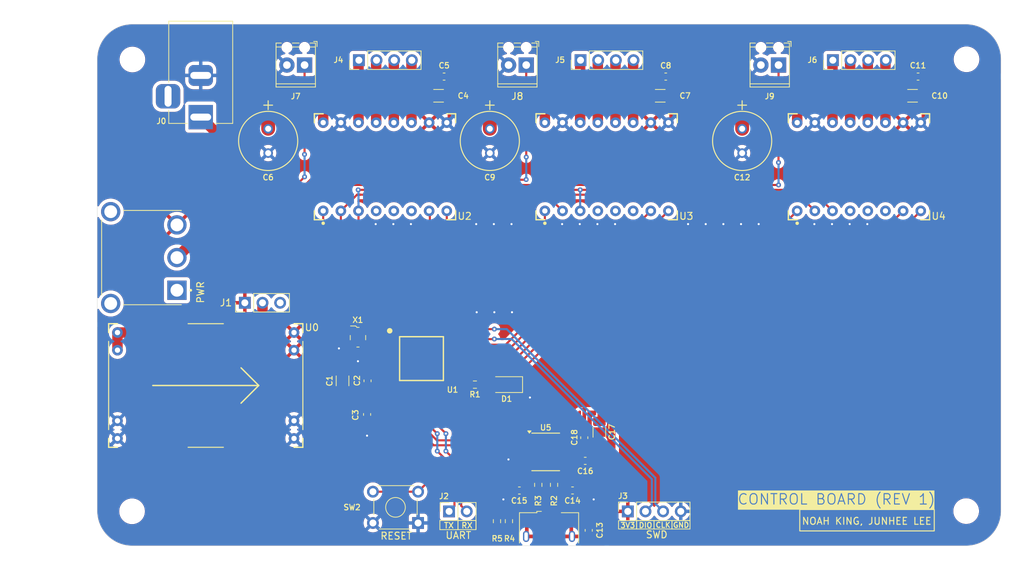
<source format=kicad_pcb>
(kicad_pcb (version 20221018) (generator pcbnew)
  (layers (0 "F.Cu" signal "TOP_SIGNAL") (31 "B.Cu" power "GND") (34 "B.Paste" user) (35 "F.Paste" user) (36 "B.SilkS" user "B.Silkscreen") (37 "F.SilkS" user "F.Silkscreen") (38 "B.Mask" user) (39 "F.Mask" user) (44 "Edge.Cuts" user))
  (net 0 "")
  (net 1 "+3.3V")
  (net 2 "GND")
  (net 3 "/NRST")
  (net 4 "+12V")
  (net 5 "/END_SW3")
  (net 6 "/END_SW2")
  (net 7 "/END_SW1")
  (net 8 "Net-(J4-Pin_1)")
  (net 9 "/HSE_IN")
  (net 11 "/MS2")
  (net 12 "/MS1")
  (net 13 "/M1_EN")
  (net 14 "/M2_EN")
  (net 15 "/M3_EN")
  (net 16 "/M1_DIR")
  (net 17 "/M2_DIR")
  (net 18 "/M3_DIR")
  (net 19 "/M1_STEP")
  (net 20 "Net-(U1-PB2)")
  (net 21 "/M2_STEP")
  (net 22 "/M3_STEP")
  (net 27 "/DEBUG_SWDIO")
  (net 28 "/DEBUG_SWCLK")
  (net 29 "Net-(J6-Pin_1)")
  (net 30 "Net-(J6-Pin_2)")
  (net 31 "Net-(J6-Pin_3)")
  (net 32 "Net-(J6-Pin_4)")
  (net 34 "Net-(J0-Pad1)")
  (net 35 "Net-(D1-A)")
  (net 36 "Net-(J4-Pin_2)")
  (net 38 "Net-(J1-Pin_2)")
  (net 39 "Net-(J4-Pin_3)")
  (net 40 "Net-(J4-Pin_4)")
  (net 41 "Net-(J5-Pin_1)")
  (net 42 "Net-(J5-Pin_2)")
  (net 43 "Net-(J5-Pin_3)")
  (net 44 "Net-(J5-Pin_4)")
  (net 57 "Net-(J10-Shield)")
  (net 58 "/P")
  (net 59 "Net-(U5-USBDP)")
  (net 60 "Net-(U5-3V3OUT)")
  (net 61 "Net-(J10-VBUS)")
  (net 62 "/N")
  (net 64 "Net-(U5-USBDM)")
  (net 65 "Net-(U5-CBUS2)")
  (net 71 "/USART1_RX")
  (net 72 "/USART1_TX")
  (net 73 "/USART2_RX")
  (net 74 "/USART2_TX")
  (footprint "Button_Switch_THT:SW_TH_Tactile_Omron_B3F-10xx" (layer "F.Cu") (at 133.15 131.74 180)
    (fp_text reference "SW2")
    (fp_text value "RESET")
  )
  (footprint "Noah's Library:50YXJ100MT78X11.5" (layer "F.Cu") (at 111.58 75.025 -90)
    (fp_text reference "C6")
    (fp_text value "100u" hide)
  )
  (footprint "Capacitor_SMD:C_0603_1608Metric" (layer "F.Cu") (at 157.058 119.47 -90)
    (fp_text reference "C18")
    (fp_text value "100n" hide)
  )
  (footprint "Connector_PinHeader_2.54mm:PinHeader_1x04_P2.54mm_Vertical" (layer "F.Cu") (at 156.52 65.16 90)
    (fp_text reference "J5")
    (fp_text value "M2 HEADER")
  )
  (footprint "Capacitor_SMD:C_0603_1608Metric" (layer "F.Cu") (at 125.879 111.29 90)
    (fp_text reference "C2")
    (fp_text value "100n" hide)
  )
  (footprint "Noah's Library:TMC-2209_Stepstick" (layer "F.Cu") (at 196.5775 80.49 90)
    (fp_text reference "U4")
    (fp_text value "TMC2209 STEPSTICK")
  )
  (footprint "Package_SO:SSOP-16_3.9x4.9mm_P0.635mm" (layer "F.Cu") (at 151.51 121.5175)
    (fp_text reference "U5")
    (fp_text value "FT230XS" hide)
  )
  (footprint "Capacitor_SMD:C_1206_3216Metric_Pad1.33x1.80mm_HandSolder" (layer "F.Cu") (at 167.9875 70.28)
    (fp_text reference "C7")
    (fp_text value "10u" hide)
  )
  (footprint "Capacitor_SMD:C_0603_1608Metric" (layer "F.Cu") (at 168.78 67.52)
    (fp_text reference "C8")
    (fp_text value "100n" hide)
  )
  (footprint "Connector_USB:USB_Micro-B_Amphenol_10118193-0001LF_Horizontal" (layer "F.Cu") (at 151.99 133.675)
    (fp_text reference "J10" hide)
    (fp_text value "USB_B_Micro")
  )
  (footprint "Capacitor_SMD:C_0603_1608Metric" (layer "F.Cu") (at 155.37 127.06)
    (fp_text reference "C14")
    (fp_text value "47p" hide)
  )
  (footprint "Capacitor_SMD:C_1206_3216Metric_Pad1.33x1.80mm_HandSolder" (layer "F.Cu") (at 136.0975 70.28)
    (fp_text reference "C4")
    (fp_text value "10u" hide)
  )
  (footprint "TerminalBlock_Phoenix:TerminalBlock_Phoenix_MPT-0,5-2-2.54_1x02_P2.54mm_Horizontal" (layer "F.Cu") (at 116.8175 65.86 180)
    (fp_text reference "J7")
    (fp_text value "Screw_Terminal_01x02")
  )
  (footprint "Capacitor_SMD:C_0603_1608Metric" (layer "F.Cu") (at 125.815 116.125 -90)
    (fp_text reference "C3")
    (fp_text value "100n" hide)
  )
  (footprint "Connector_PinHeader_2.54mm:PinHeader_1x04_P2.54mm_Vertical" (layer "F.Cu") (at 124.63 65.16 90)
    (fp_text reference "J4")
    (fp_text value "M3 HEADER")
  )
  (footprint "Capacitor_SMD:C_0603_1608Metric" (layer "F.Cu") (at 205.08 67.52)
    (fp_text reference "C11")
    (fp_text value "100n" hide)
  )
  (footprint "Capacitor_SMD:C_0603_1608Metric" (layer "F.Cu") (at 157.195 122.8)
    (fp_text reference "C16")
    (fp_text value "100n" hide)
  )
  (footprint "MountingHole:MountingHole_3.2mm_M3" (layer "F.Cu") (at 92 130.06)
    (fp_text reference "H3" hide)
    (fp_text value "MountingHole")
  )
  (footprint "Capacitor_SMD:C_0603_1608Metric" (layer "F.Cu") (at 157.7 132.8 90)
    (fp_text reference "C13")
    (fp_text value "100n" hide)
  )
  (footprint "Resistor_SMD:R_0603_1608Metric" (layer "F.Cu") (at 150.439 126.255 90)
    (fp_text reference "R3")
    (fp_text value "27" hide)
  )
  (footprint "Noah's Library:TMC-2209_Stepstick" (layer "F.Cu") (at 128.3875 80.49 90)
    (fp_text reference "U2")
    (fp_text value "TMC2209 STEPSTICK")
  )
  (footprint "MountingHole:MountingHole_3.2mm_M3" (layer "F.Cu") (at 212 130.03)
    (fp_text reference "H4" hide)
    (fp_text value "MountingHole")
  )
  (footprint "Capacitor_SMD:C_1206_3216Metric_Pad1.33x1.80mm_HandSolder" (layer "F.Cu") (at 159.23 118.69 -90)
    (fp_text reference "C17")
    (fp_text value "10u" hide)
  )
  (footprint "Connector_BarrelJack:BarrelJack_Horizontal" (layer "F.Cu") (at 101.8775 73.35 -90)
    (fp_text reference "J0")
    (fp_text value "Barrel_Jack_MountingPin")
  )
  (footprint "Resistor_SMD:R_0603_1608Metric" (layer "F.Cu") (at 152.71 126.255 90)
    (fp_text reference "R2")
    (fp_text value "27" hide)
  )
  (footprint "Resistor_SMD:R_0603_1608Metric" (layer "F.Cu") (at 144.5 131.48 90)
    (fp_text reference "R5")
    (fp_text value "10k" hide)
  )
  (footprint "Connector_PinHeader_2.54mm:PinHeader_1x04_P2.54mm_Vertical" (layer "F.Cu") (at 192.82 65.16 90)
    (fp_text reference "J6")
    (fp_text value "M1 HEADER")
  )
  (footprint "Noah's Library:MINI-560" (layer "F.Cu") (at 102.6 111.96)
    (fp_text reference "U0")
    (fp_text value "MINI-560 DC-DC")
  )
  (footprint "Noah's Library:TMC-2209_Stepstick" (layer "F.Cu") (at 160.2775 80.49 90)
    (fp_text reference "U3")
    (fp_text value "TMC2209 STEPSTICK")
  )
  (footprint "Noah's Library:QFP80P900X900X160-32N" (layer "F.Cu") (at 133.64 108.09)
    (fp_text reference "U1")
    (fp_text value "STM32C071KBT3" hide)
  )
  (footprint "MountingHole:MountingHole_3.2mm_M3" (layer "F.Cu") (at 92.05 65.06)
    (fp_text reference "H1" hide)
    (fp_text value "MountingHole")
  )
  (footprint "Noah's Library:50YXJ100MT78X11.5" (layer "F.Cu") (at 143.47 75.025 -90)
    (fp_text reference "C9")
    (fp_text value "100u" hide)
  )
  (footprint "TerminalBlock_Phoenix:TerminalBlock_Phoenix_MPT-0,5-2-2.54_1x02_P2.54mm_Horizontal" (layer "F.Cu") (at 148.7075 65.86 180)
    (fp_text reference "J8")
    (fp_text value "Screw_Terminal_01x02")
  )
  (footprint "Connector_PinHeader_2.54mm:PinHeader_1x04_P2.54mm_Vertical" (layer "F.Cu") (at 163.32 130.07 90)
    (fp_text reference "J3")
    (fp_text value "SWD")
  )
  (footprint "Capacitor_SMD:C_1206_3216Metric_Pad1.33x1.80mm_HandSolder" (layer "F.Cu") (at 122.279 111.29 90)
    (fp_text reference "C1")
    (fp_text value "10u" hide)
  )
  (footprint "Capacitor_SMD:C_1206_3216Metric_Pad1.33x1.80mm_HandSolder" (layer "F.Cu") (at 204.2875 70.28)
    (fp_text reference "C10")
    (fp_text value "10u" hide)
  )
  (footprint "Resistor_SMD:R_0603_1608Metric" (layer "F.Cu") (at 146.22 131.48 -90)
    (fp_text reference "R4")
    (fp_text value "4k7" hide)
  )
  (footprint "Oscillator:Oscillator_SMD_ECS_2520MV-xxx-xx-4Pin_2.5x2.0mm" (layer "F.Cu") (at 124.87 103.775)
    (fp_text reference "X1")
    (fp_text value "ECS-2520MV-xxx-xx" hide)
  )
  (footprint "Capacitor_SMD:C_0603_1608Metric" (layer "F.Cu") (at 136.89 67.52)
    (fp_text reference "C5")
    (fp_text value "100n" hide)
  )
  (footprint "Connector_PinHeader_2.54mm:PinHeader_1x02_P2.54mm_Vertical" (layer "F.Cu") (at 137.61 130.07 90)
    (fp_text reference "J2")
    (fp_text value "UART")
  )
  (footprint "LED_SMD:LED_1206_3216Metric" (layer "F.Cu") (at 145.898 111.834 180)
    (fp_text reference "D1")
    (fp_text value "LED" hide)
  )
  (footprint "Resistor_SMD:R_0603_1608Metric" (layer "F.Cu") (at 141.326 111.834 180)
    (fp_text reference "R1")
    (fp_text value "220" hide)
  )
  (footprint "Noah's Library:SW_500SSP1S1M6QEA" (layer "F.Cu") (at 93.6916 93.5567 90)
    (fp_text reference "SW1" hide)
    (fp_text value "PWR")
  )
  (footprint "MountingHole:MountingHole_3.2mm_M3" (layer "F.Cu") (at 212.05 65.03)
    (fp_text reference "H2" hide)
    (fp_text value "MountingHole")
  )
  (footprint "TerminalBlock_Phoenix:TerminalBlock_Phoenix_MPT-0,5-2-2.54_1x02_P2.54mm_Horizontal" (layer "F.Cu") (at 185.0075 65.86 180)
    (fp_text reference "J9")
    (fp_text value "Screw_Terminal_01x02")
  )
  (footprint "Connector_PinHeader_2.54mm:PinHeader_1x03_P2.54mm_Vertical" (layer "F.Cu") (at 108.225 100.06 90)
    (fp_text reference "J1")
    (fp_text value "Conn_01x03_Pin")
  )
  (footprint "Capacitor_SMD:C_0603_1608Metric" (layer "F.Cu") (at 147.72 127.07 180)
    (fp_text reference "C15")
    (fp_text value "47p" hide)
  )
  (footprint "Noah's Library:50YXJ100MT78X11.5" (layer "F.Cu") (at 179.77 75.025 -90)
    (fp_text reference "C12")
    (fp_text value "100u" hide)
  )
  (gr_rect (start 188.06 129.8) (end 207.41 132.88) (stroke (width 0.15)) (fill none) (layer "F.SilkS"))
  (gr_arc (start 92 135) (mid 88.464466 133.535534) (end 87 130) (stroke (width 0.05)) (layer "Edge.Cuts"))
  (gr_line (start 92 60) (end 212 60) (stroke (width 0.05)) (layer "Edge.Cuts"))
  (gr_arc (start 212 60) (mid 215.535534 61.464466) (end 217 65) (stroke (width 0.05)) (layer "Edge.Cuts"))
  (gr_line (start 87 65) (end 87 130) (stroke (width 0.05)) (layer "Edge.Cuts"))
  (gr_arc (start 87 65) (mid 88.464466 61.464466) (end 92 60) (stroke (width 0.05)) (layer "Edge.Cuts"))
  (gr_line (start 92 135) (end 212 135) (stroke (width 0.05)) (layer "Edge.Cuts"))
  (gr_arc (start 217 130) (mid 215.535534 133.535534) (end 212 135) (stroke (width 0.05)) (layer "Edge.Cuts"))
  (gr_line (start 217 65) (end 217 130) (stroke (width 0.05)) (layer "Edge.Cuts"))
  (gr_text "NOAH KING, JUNHEE LEE" (at 207.1 132.06) (layer "F.SilkS") (effects (font (size 1 1)) (justify right bottom)))
  (gr_text "CONTROL BOARD (REV 1)\n\n" (at 207.65 131.624) (layer "F.SilkS" knockout) (effects (font (size 1.5 1.5)) (justify right bottom)))
  (segment (start 202.725 70.28) (end 202.725 69.1) (width 0.3) (layer "F.Cu") (net 1))
  (segment (start 134.535 69.1) (end 136.115 67.52) (width 0.3) (layer "F.Cu") (net 1))
  (segment (start 202.725 70.28) (end 202.725 72.042) (width 0.3) (layer "F.Cu") (net 1))
  (segment (start 159.23 117.1275) (end 159.23 114.326) (width 0.525) (layer "F.Cu") (net 1))
  (segment (start 166.425 69.1) (end 168.005 67.52) (width 0.3) (layer "F.Cu") (net 1))
  (segment (start 134.535 72.051) (end 134.747 72.263) (width 0.3) (layer "F.Cu") (net 1))
  (segment (start 134.535 70.28) (end 134.535 72.051) (width 0.3) (layer "F.Cu") (net 1))
  (segment (start 159.05 114.346) (end 159.004 114.3) (width 0.525) (layer "F.Cu") (net 1))
  (segment (start 202.725 72.042) (end 202.819 72.136) (width 0.3) (layer "F.Cu") (net 1))
  (segment (start 157.058 118.695) (end 157.058 114.213) (width 0.525) (layer "F.Cu") (net 1))
  (segment (start 152.515 121.835) (end 151.935 121.255) (width 0.3) (layer "F.Cu") (net 1))
  (segment (start 154.11 121.835) (end 152.515 121.835) (width 0.3) (layer "F.Cu") (net 1))
  (segment (start 166.425 73.9375) (end 166.6275 74.14) (width 0.3) (layer "F.Cu") (net 1))
  (segment (start 127.99 107.69) (end 127.64 107.34) (width 0.525) (layer "F.Cu") (net 1))
  (segment (start 157.058 114.213) (end 157.03 114.185) (width 0.525) (layer "F.Cu") (net 1))
  (segment (start 166.425 70.28) (end 166.425 69.1) (width 0.3) (layer "F.Cu") (net 1))
  (segment (start 166.425 70.28) (end 166.425 72.064) (width 0.3) (layer "F.Cu") (net 1))
  (segment (start 202.725 69.1) (end 204.305 67.52) (width 0.3) (layer "F.Cu") (net 1))
  (segment (start 202.725 73.9375) (end 202.9275 74.14) (width 0.3) (layer "F.Cu") (net 1))
  (segment (start 166.425 72.064) (end 166.497 72.136) (width 0.3) (layer "F.Cu") (net 1))
  (segment (start 129.402 107.69) (end 127.99 107.69) (width 0.525) (layer "F.Cu") (net 1))
  (segment (start 134.535 70.28) (end 134.535 69.1) (width 0.3) (layer "F.Cu") (net 1))
  (segment (start 134.535 73.9375) (end 134.7375 74.14) (width 0.3) (layer "F.Cu") (net 1))
  (segment (start 155.4646 121.2) (end 155.4734 121.2088) (width 0.3) (layer "F.Cu") (net 2))
  (segment (start 153.29 129.67) (end 153.32 129.64) (width 0.3) (layer "F.Cu") (net 2))
  (segment (start 154.11 121.2) (end 155.4646 121.2) (width 0.3) (layer "F.Cu") (net 2))
  (segment (start 169.55 70.28) (end 169.55 67.525) (width 0.525) (layer "F.Cu") (net 2))
  (segment (start 137.66 70.28) (end 137.66 73.7575) (width 0.525) (layer "F.Cu") (net 2))
  (segment (start 153.29 131) (end 153.29 129.67) (width 0.3) (layer "F.Cu") (net 2))
  (segment (start 137.665 67.52) (end 137.665 70.275) (width 0.525) (layer "F.Cu") (net 2))
  (segment (start 124.499 108.47) (end 123.5365 108.47) (width 0.525) (layer "F.Cu") (net 2))
  (segment (start 205.85 73.7575) (end 205.4675 74.14) (width 0.525) (layer "F.Cu") (net 2))
  (segment (start 124.499 108.47) (end 129.382 108.47) (width 0.525) (layer "F.Cu") (net 2))
  (segment (start 205.85 70.28) (end 205.85 73.7575) (width 0.525) (layer "F.Cu") (net 2))
  (segment (start 149.154 113.69) (end 147.298 111.834) (width 0.3) (layer "F.Cu") (net 2))
  (segment (start 122.3825 106) (end 121.76 106.6225) (width 0.2) (layer "F.Cu") (net 2))
  (segment (start 123.775 106) (end 122.3825 106) (width 0.2) (layer "F.Cu") (net 2))
  (segment (start 137.66 73.7575) (end 137.2775 74.14) (width 0.525) (layer "F.Cu") (net 2))
  (segment (start 169.55 70.28) (end 169.55 73.7575) (width 0.525) (layer "F.Cu") (net 2))
  (segment (start 137.665 70.275) (end 137.66 70.28) (width 0.525) (layer "F.Cu") (net 2))
  (segment (start 169.55 67.525) (end 169.555 67.52) (width 0.525) (layer "F.Cu") (net 2))
  (segment (start 205.855 70.275) (end 205.85 70.28) (width 0.525) (layer "F.Cu") (net 2))
  (segment (start 146.945 127.07) (end 146.945 126.115) (width 0.3) (layer "F.Cu") (net 2))
  (segment (start 125.879 109.85) (end 124.499 108.47) (width 0.525) (layer "F.Cu") (net 2))
  (segment (start 148.91 121.835) (end 146.915 121.835) (width 0.3) (layer "F.Cu") (net 2))
  (segment (start 169.55 73.7575) (end 169.1675 74.14) (width 0.525) (layer "F.Cu") (net 2))
  (segment (start 149.24 113.69) (end 149.154 113.69) (width 0.3) (layer "F.Cu") (net 2))
  (segment (start 125.805 116.91) (end 125.815 116.9) (width 0.3) (layer "F.Cu") (net 2))
  (segment (start 129.382 108.47) (end 129.402 108.49) (width 0.525) (layer "F.Cu") (net 2))
  (segment (start 146.915 121.835) (end 146.15 122.6) (width 0.3) (layer "F.Cu") (net 2))
  (segment (start 125.805 119.18) (end 125.805 116.91) (width 0.3) (layer "F.Cu") (net 2))
  (segment (start 148.905 121.83) (end 148.91 121.835) (width 0.3) (layer "F.Cu") (net 2))
  (segment (start 123.5365 108.47) (end 122.279 109.7275) (width 0.525) (layer "F.Cu") (net 2))
  (segment (start 144.5 130.625) (end 144.54 130.625) (width 0.3) (layer "F.Cu") (net 2))
  (segment (start 205.855 67.52) (end 205.855 70.275) (width 0.525) (layer "F.Cu") (net 2))
  (segment (start 125.879 110.515) (end 125.879 109.85) (width 0.525) (layer "F.Cu") (net 2))
  (via (at 124.499 108.47) (size 0.7) (drill 0.3) (layers "F.Cu" "B.Cu") (net 2))
  (via (at 192.7 88.74) (size 0.7) (drill 0.3) (layers "F.Cu" "B.Cu") (net 2))
  (via (at 158.41 128.35) (size 0.7) (drill 0.3) (layers "F.Cu" "B.Cu") (net 2))
  (via (at 174.53 88.74) (size 0.7) (drill 0.3) (layers "F.Cu" "B.Cu") (net 2))
  (via (at 144.05 88.74) (size 0.7) (drill 0.3) (layers "F.Cu" "B.Cu") (net 2))
  (via (at 132.12 88.74) (size 0.7) (drill 0.3) (layers "F.Cu" "B.Cu") (net 2))
  (via (at 121.76 106.6225) (size 0.7) (drill 0.3) (layers "F.Cu" "B.Cu") (net 2))
  (via (at 145.42 128.35) (size 0.7) (drill 0.3) (layers "F.Cu" "B.Cu") (net 2))
  (via (at 144.12 101.42) (size 0.7) (drill 0.3) (layers "F.Cu" "B.Cu") (net 2))
  (via (at 129.59 88.74) (size 0.7) (drill 0.3) (layers "F.Cu" "B.Cu") (net 2))
  (via (at 195.24 88.74) (size 0.7) (drill 0.3) (layers "F.Cu" "B.Cu") (net 2))
  (via (at 146.15 122.6) (size 0.7) (drill 0.3) (layers "F.Cu" "B.Cu") (net 2))
  (via (at 161.49 88.74) (size 0.7) (drill 0.3) (layers "F.Cu" "B.Cu") (net 2))
  (via (at 171.99 88.74) (size 0.7) (drill 0.3) (layers "F.Cu" "B.Cu") (net 2))
  (via (at 158.95 88.74) (size 0.7) (drill 0.3) (layers "F.Cu" "B.Cu") (net 2))
  (via (at 141.51 88.74) (size 0.7) (drill 0.3) (layers "F.Cu" "B.Cu") (net 2))
  (via (at 197.78 88.74) (size 0.7) (drill 0.3) (layers "F.Cu" "B.Cu") (net 2))
  (via (at 146.59 88.74) (size 0.7) (drill 0.3) (layers "F.Cu" "B.Cu") (net 2))
  (via (at 127.05 88.74) (size 0.7) (drill 0.3) (layers "F.Cu" "B.Cu") (net 2))
  (via (at 125.805 119.18) (size 0.7) (drill 0.3) (layers "F.Cu" "B.Cu") (net 2))
  (via (at 156.41 88.74) (size 0.7) (drill 0.3) (layers "F.Cu" "B.Cu") (net 2))
  (via (at 146.66 101.42) (size 0.7) (drill 0.3) (layers "F.Cu" "B.Cu") (net 2))
  (via (at 141.58 101.42) (size 0.7) (drill 0.3) (layers "F.Cu" "B.Cu") (net 2))
  (via (at 179.61 88.74) (size 0.7) (drill 0.3) (layers "F.Cu" "B.Cu") (net 2))
  (via (at 149.24 113.69) (size 0.7) (drill 0.3) (layers "F.Cu" "B.Cu") (net 2))
  (via (at 182.15 88.74) (size 0.7) (drill 0.3) (layers "F.Cu" "B.Cu") (net 2))
  (via (at 153.87 88.74) (size 0.7) (drill 0.3) (layers "F.Cu" "B.Cu") (net 2))
  (via (at 177.07 88.74) (size 0.7) (drill 0.3) (layers "F.Cu" "B.Cu") (net 2))
  (via (at 190.16 88.74) (size 0.7) (drill 0.3) (layers "F.Cu" "B.Cu") (net 2))
  (segment (start 127.3 110.16) (end 127.3 113.49) (width 0.3) (layer "F.Cu") (net 3))
  (segment (start 133.15 127.24) (end 134.79 125.6) (width 0.3) (layer "F.Cu") (net 3))
  (segment (start 128.17 109.29) (end 127.3 110.16) (width 0.3) (layer "F.Cu") (net 3))
  (segment (start 129.402 109.29) (end 128.17 109.29) (width 0.3) (layer "F.Cu") (net 3))
  (segment (start 134.79 125.6) (end 134.79 121.03) (width 0.3) (layer "F.Cu") (net 3))
  (segment (start 127.29 113.54) (end 125.815 115.015) (width 0.3) (layer "F.Cu") (net 3))
  (segment (start 133.15 127.24) (end 126.65 127.24) (width 0.3) (layer "F.Cu") (net 3))
  (segment (start 125.815 115.015) (end 125.815 115.35) (width 0.3) (layer "F.Cu") (net 3))
  (segment (start 127.3 113.54) (end 127.3 113.49) (width 0.3) (layer "F.Cu") (net 3))
  (segment (start 134.79 121.03) (end 127.3 113.54) (width 0.3) (layer "F.Cu") (net 3))
  (segment (start 127.3 113.54) (end 127.29 113.54) (width 0.3) (layer "F.Cu") (net 3))
  (segment (start 151.3875 69.7475) (end 151.3 69.66) (width 1.5) (layer "F.Cu") (net 4))
  (segment (start 179.77 70.042) (end 179.07 69.342) (width 2) (layer "F.Cu") (net 4))
  (segment (start 143.47 75.025) (end 143.47 69.81) (width 2) (layer "F.Cu") (net 4))
  (segment (start 179.77 75.025) (end 179.77 70.042) (width 2) (layer "F.Cu") (net 4))
  (segment (start 151.3875 71.882) (end 151.3875 69.7475) (width 1.5) (layer "F.Cu") (net 4))
  (segment (start 151.3875 74.14) (end 151.3875 71.882) (width 1.5) (layer "F.Cu") (net 4))
  (segment (start 119.4975 74.14) (end 119.4975 69.2625) (width 1.5) (layer "F.Cu") (net 4))
  (segment (start 151.3725 74.155) (end 151.3875 74.14) (width 1.5) (layer "F.Cu") (net 4))
  (segment (start 111.58 75.025) (end 111.58 70.178) (width 2) (layer "F.Cu") (net 4))
  (segment (start 187.6875 74.14) (end 187.6875 71.38) (width 1.5) (layer "F.Cu") (net 4))
  (segment (start 143.47 69.81) (end 142.494 68.834) (width 2) (layer "F.Cu") (net 4))
  (segment (start 111.58 70.178) (end 111.506 70.104) (width 2) (layer "F.Cu") (net 4))
  (segment (start 187.6725 74.155) (end 187.6875 74.14) (width 1.5) (layer "F.Cu") (net 4))
  (segment (start 119.4825 74.155) (end 119.4975 74.14) (width 1.5) (layer "F.Cu") (net 4))
  (segment (start 116.38275 84.97975) (end 118.2525 83.11) (width 0.3) (layer "F.Cu") (net 5))
  (segment (start 185 79.88) (end 185 77.6475) (width 0.3) (layer "F.Cu") (net 5))
  (segment (start 185.0075 77.64) (end 185.0075 65.86) (width 0.3) (layer "F.Cu") (net 5))
  (segment (start 131.64 103.852) (end 131.64 102.8145) (width 0.3) (layer "F.Cu") (net 5))
  (segment (start 118.2525 83.11) (end 185.01 83.11) (width 0.3) (layer "F.Cu") (net 5))
  (segment (start 131.64 102.8145) (end 116.38275 87.55725) (width 0.3) (layer "F.Cu") (net 5))
  (segment (start 116.38275 87.55725) (end 116.38275 84.97975) (width 0.3) (layer "F.Cu") (net 5))
  (via (at 185 79.88) (size 0.7) (drill 0.3) (layers "F.Cu" "B.Cu") (net 5))
  (via (at 185.01 83.11) (size 0.7) (drill 0.3) (layers "F.Cu" "B.Cu") (net 5))
  (segment (start 185.01 83.11) (end 185.01 79.89) (width 0.3) (layer "B.Cu") (net 5))
  (segment (start 185.01 79.89) (end 185 79.88) (width 0.3) (layer "B.Cu") (net 5))
  (segment (start 148.71 77.855) (end 148.7075 77.8525) (width 0.3) (layer "F.Cu") (net 6))
  (segment (start 148.71 79.1) (end 148.71 77.855) (width 0.3) (layer "F.Cu") (net 6))
  (segment (start 130.84 103.4145) (end 115.44 88.0145) (width 0.3) (layer "F.Cu") (net 6))
  (segment (start 117.65 82.36) (end 148.672 82.36) (width 0.3) (layer "F.Cu") (net 6))
  (segment (start 115.44 84.57) (end 117.65 82.36) (width 0.3) (layer "F.Cu") (net 6))
  (segment (start 148.672 82.36) (end 148.692 82.34) (width 0.3) (layer "F.Cu") (net 6))
  (segment (start 115.44 88.0145) (end 115.44 84.57) (width 0.3) (layer "F.Cu") (net 6))
  (segment (start 130.84 103.852) (end 130.84 103.4145) (width 0.3) (layer "F.Cu") (net 6))
  (segment (start 148.7075 77.8525) (end 148.7075 65.86) (width 0.3) (layer "F.Cu") (net 6))
  (via (at 148.7 82.33) (size 0.7) (drill 0.3) (layers "F.Cu" "B.Cu") (net 6))
  (via (at 148.71 79.1) (size 0.7) (drill 0.3) (layers "F.Cu" "B.Cu") (net 6))
  (segment (start 148.71 79.1) (end 148.71 82.32) (width 0.3) (layer "B.Cu") (net 6))
  (segment (start 148.71 82.32) (end 148.7 82.33) (width 0.3) (layer "B.Cu") (net 6))
  (segment (start 148.692 79.12) (end 148.682 79.11) (width 0.3) (layer "B.Cu") (net 6))
  (segment (start 116.81 78.71) (end 116.8175 78.7025) (width 0.3) (layer "F.Cu") (net 7))
  (segment (start 129.402 103.262) (end 114.48 88.34) (width 0.3) (layer "F.Cu") (net 7))
  (segment (start 114.48 84.28) (end 116.82 81.94) (width 0.3) (layer "F.Cu") (net 7))
  (segment (start 114.48 88.34) (end 114.48 84.28) (width 0.3) (layer "F.Cu") (net 7))
  (segment (start 116.8175 78.7025) (end 116.8175 65.86) (width 0.3) (layer "F.Cu") (net 7))
  (segment (start 129.402 105.29) (end 129.402 103.262) (width 0.3) (layer "F.Cu") (net 7))
  (via (at 116.81 78.71) (size 0.7) (drill 0.3) (layers "F.Cu" "B.Cu") (net 7))
  (via (at 116.82 81.94) (size 0.7) (drill 0.3) (layers "F.Cu" "B.Cu") (net 7))
  (segment (start 116.82 81.94) (end 116.82 78.72) (width 0.3) (layer "B.Cu") (net 7))
  (segment (start 116.82 78.72) (end 116.81 78.71) (width 0.3) (layer "B.Cu") (net 7))
  (segment (start 124.5775 74.14) (end 124.5775 65.2125) (width 1.5) (layer "F.Cu") (net 8))
  (segment (start 124.5775 65.2125) (end 124.63 65.16) (width 1.5) (layer "F.Cu") (net 8))
  (segment (start 129.387 106.075) (end 129.402 106.09) (width 0.3) (layer "F.Cu") (net 9))
  (segment (start 129.402 106.09) (end 125.315 106.09) (width 0.2) (layer "F.Cu") (net 9))
  (segment (start 125.315 106.09) (end 125.225 106) (width 0.2) (layer "F.Cu") (net 9))
  (segment (start 129.2745 106.2175) (end 129.402 106.09) (width 0.2) (layer "F.Cu") (net 9))
  (segment (start 129.367 106.055) (end 129.402 106.09) (width 0.3) (layer "F.Cu") (net 9))
  (segment (start 124.59 92) (end 124.59 91.2) (width 0.3) (layer "F.Cu") (net 11))
  (segment (start 124.95 87.2125) (end 124.5775 86.84) (width 0.3) (layer "F.Cu") (net 11))
  (segment (start 124.5775 91.1875) (end 124.5775 86.84) (width 0.3) (layer "F.Cu") (net 11))
  (segment (start 189.74 83.8125) (end 192.7675 86.84) (width 0.3) (layer "F.Cu") (net 11))
  (segment (start 124.59 91.2) (end 124.5775 91.1875) (width 0.3) (layer "F.Cu") (net 11))
  (segment (start 134.04 101.45) (end 124.59 92) (width 0.3) (layer "F.Cu") (net 11))
  (segment (start 124.5325 83.8125) (end 156.4725 83.8125) (width 0.3) (layer "F.Cu") (net 11))
  (segment (start 134.04 103.852) (end 134.04 101.45) (width 0.3) (layer "F.Cu") (net 11))
  (segment (start 156.4725 83.8125) (end 189.74 83.8125) (width 0.3) (layer "F.Cu") (net 11))
  (via (at 124.5325 83.8125) (size 0.7) (drill 0.3) (layers "F.Cu" "B.Cu") (net 11))
  (via (at 156.4725 83.8125) (size 0.7) (drill 0.3) (layers "F.Cu" "B.Cu") (net 11))
  (segment (start 156.4675 83.8175) (end 156.4675 86.84) (width 0.3) (layer "B.Cu") (net 11))
  (segment (start 156.4725 83.8125) (end 156.46 83.825) (width 0.3) (layer "B.Cu") (net 11))
  (segment (start 124.5775 83.8575) (end 124.5775 86.84) (width 0.3) (layer "B.Cu") (net 11))
  (segment (start 124.5325 83.8125) (end 124.5775 83.8575) (width 0.3) (layer "B.Cu") (net 11))
  (segment (start 156.4725 83.8125) (end 156.4675 83.8175) (width 0.3) (layer "B.Cu") (net 11))
  (segment (start 122.0375 90.6575) (end 133.24 101.86) (width 0.3) (layer "F.Cu") (net 12))
  (segment (start 124.82245 84.5125) (end 124.365 84.5125) (width 0.3) (layer "F.Cu") (net 12))
  (segment (start 188.64875 85.26125) (end 190.2275 86.84) (width 0.3) (layer "F.Cu") (net 12))
  (segment (start 151.6 84.5125) (end 187.9 84.5125) (width 0.3) (layer "F.Cu") (net 12))
  (segment (start 151.5975 84.51) (end 151.6 84.5125) (width 0.3) (layer "F.Cu") (net 12))
  (segment (start 124.365 84.5125) (end 122.0375 86.84) (width 0.3) (layer "F.Cu") (net 12))
  (segment (start 124.82495 84.51) (end 124.82245 84.5125) (width 0.3) (layer "F.Cu") (net 12))
  (segment (start 153.9275 86.84) (end 151.5975 84.51) (width 0.3) (layer "F.Cu") (net 12))
  (segment (start 151.5975 84.51) (end 124.82495 84.51) (width 0.3) (layer "F.Cu") (net 12))
  (segment (start 187.8975 84.51) (end 188.64875 85.26125) (width 0.3) (layer "F.Cu") (net 12))
  (segment (start 187.9 84.5125) (end 188.64875 85.26125) (width 0.3) (layer "F.Cu") (net 12))
  (segment (start 133.24 101.86) (end 133.24 103.852) (width 0.3) (layer "F.Cu") (net 12))
  (segment (start 122.0375 86.84) (end 122.0375 90.6575) (width 0.3) (layer "F.Cu") (net 12))
  (segment (start 132.44 103.852) (end 132.44 102.41) (width 0.3) (layer "F.Cu") (net 13))
  (segment (start 119.4975 89.4675) (end 119.4975 86.84) (width 0.3) (layer "F.Cu") (net 13))
  (segment (start 132.44 102.41) (end 119.4975 89.4675) (width 0.3) (layer "F.Cu") (net 13))
  (segment (start 145.74 106.09) (end 151.3875 100.4425) (width 0.3) (layer "F.Cu") (net 14))
  (segment (start 151.3875 100.4425) (end 151.3875 86.84) (width 0.3) (layer "F.Cu") (net 14))
  (segment (start 137.878 106.09) (end 145.74 106.09) (width 0.3) (layer "F.Cu") (net 14))
  (segment (start 153.97 101.36) (end 153.97 95.03) (width 0.3) (layer "F.Cu") (net 15))
  (segment (start 146.84 108.49) (end 153.97 101.36) (width 0.3) (layer "F.Cu") (net 15))
  (segment (start 182.7675 91.76) (end 187.6875 86.84) (width 0.3) (layer "F.Cu") (net 15))
  (segment (start 137.878 108.49) (end 146.84 108.49) (width 0.3) (layer "F.Cu") (net 15))
  (segment (start 153.97 95.03) (end 157.24 91.76) (width 0.3) (layer "F.Cu") (net 15))
  (segment (start 187.69 86.84) (end 187.69 86.8375) (width 0.3) (layer "F.Cu") (net 15))
  (segment (start 187.69 86.8375) (end 187.6875 86.84) (width 0.3) (layer "F.Cu") (net 15))
  (segment (start 157.24 91.76) (end 182.7675 91.76) (width 0.3) (layer "F.Cu") (net 15))
  (segment (start 187.6875 86.84) (end 187.69 86.84) (width 0.3) (layer "F.Cu") (net 15))
  (segment (start 135.64 103.852) (end 135.64 92.84) (width 0.3) (layer "F.Cu") (net 16))
  (segment (start 135.64 92.84) (end 137.2775 91.2025) (width 0.3) (layer "F.Cu") (net 16))
  (segment (start 137.2775 91.2025) (end 137.2775 86.84) (width 0.3) (layer "F.Cu") (net 16))
  (segment (start 146.46 107.69) (end 153.13 101.02) (width 0.3) (layer "F.Cu") (net 17))
  (segment (start 165.0275 90.98) (end 169.1675 86.84) (width 0.3) (layer "F.Cu") (net 17))
  (segment (start 156.775 90.98) (end 165.0275 90.98) (width 0.3) (layer "F.Cu") (net 17))
  (segment (start 153.13 101.02) (end 153.13 94.625) (width 0.3) (layer "F.Cu") (net 17))
  (segment (start 153.13 94.625) (end 156.775 90.98) (width 0.3) (layer "F.Cu") (net 17))
  (segment (start 137.878 107.69) (end 146.46 107.69) (width 0.3) (layer "F.Cu") (net 17))
  (segment (start 147.75 110.09) (end 155.72 102.12) (width 0.3) (layer "F.Cu") (net 18))
  (segment (start 155.72 96.02) (end 158.27 93.47) (width 0.3) (layer "F.Cu") (net 18))
  (segment (start 137.878 110.09) (end 147.75 110.09) (width 0.3) (layer "F.Cu") (net 18))
  (segment (start 155.72 102.12) (end 155.72 96.02) (width 0.3) (layer "F.Cu") (net 18))
  (segment (start 198.8375 93.47) (end 205.4675 86.84) (width 0.3) (layer "F.Cu") (net 18))
  (segment (start 158.27 93.47) (end 198.8375 93.47) (width 0.3) (layer "F.Cu") (net 18))
  (segment (start 134.84 86.9425) (end 134.7375 86.84) (width 0.3) (layer "F.Cu") (net 19))
  (segment (start 134.84 103.852) (end 134.84 86.9425) (width 0.3) (layer "F.Cu") (net 19))
  (segment (start 137.878 110.89) (end 139.557 110.89) (width 0.3) (layer "F.Cu") (net 20))
  (segment (start 139.557 110.89) (end 140.501 111.834) (width 0.3) (layer "F.Cu") (net 20))
  (segment (start 152.24 100.73) (end 152.24 94.3) (width 0.3) (layer "F.Cu") (net 21))
  (segment (start 163.3875 90.08) (end 166.6275 86.84) (width 0.3) (layer "F.Cu") (net 21))
  (segment (start 156.46 90.08) (end 163.3875 90.08) (width 0.3) (layer "F.Cu") (net 21))
  (segment (start 146.08 106.89) (end 152.24 100.73) (width 0.3) (layer "F.Cu") (net 21))
  (segment (start 137.878 106.89) (end 146.08 106.89) (width 0.3) (layer "F.Cu") (net 21))
  (segment (start 152.24 94.3) (end 156.46 90.08) (width 0.3) (layer "F.Cu") (net 21))
  (segment (start 197.1775 92.59) (end 202.9275 86.84) (width 0.3) (layer "F.Cu") (net 22))
  (segment (start 137.878 109.29) (end 147.24 109.29) (width 0.3) (layer "F.Cu") (net 22))
  (segment (start 157.69 92.59) (end 197.1775 92.59) (width 0.3) (layer "F.Cu") (net 22))
  (segment (start 154.83 101.7) (end 154.83 95.45) (width 0.3) (layer "F.Cu") (net 22))
  (segment (start 154.83 95.45) (end 157.69 92.59) (width 0.3) (layer "F.Cu") (net 22))
  (segment (start 147.24 109.29) (end 154.83 101.7) (width 0.3) (layer "F.Cu") (net 22))
  (segment (start 137.878 105.29) (end 144.1 105.29) (width 0.3) (layer "F.Cu") (net 27))
  (segment (start 144.1 105.29) (end 144.12 105.27) (width 0.3) (layer "F.Cu") (net 27))
  (via (at 144.12 105.27) (size 0.7) (drill 0.3) (layers "F.Cu" "B.Cu") (net 27))
  (segment (start 146.612844 105.27) (end 166.78 125.437156) (width 0.3) (layer "B.Cu") (net 27))
  (segment (start 144.12 105.27) (end 146.612844 105.27) (width 0.3) (layer "B.Cu") (net 27))
  (segment (start 166.78 125.437156) (end 166.78 129.15) (width 0.3) (layer "B.Cu") (net 27))
  (segment (start 166.78 129.15) (end 165.86 130.07) (width 0.3) (layer "B.Cu") (net 27))
  (segment (start 136.44 103.852) (end 144.118 103.852) (width 0.3) (layer "F.Cu") (net 28))
  (segment (start 144.118 103.852) (end 144.12 103.85) (width 0.3) (layer "F.Cu") (net 28))
  (via (at 144.12 103.85) (size 0.7) (drill 0.3) (layers "F.Cu" "B.Cu") (net 28))
  (segment (start 167.28 125.23005) (end 167.28 128.95) (width 0.3) (layer "B.Cu") (net 28))
  (segment (start 167.28 128.95) (end 168.4 130.07) (width 0.3) (layer "B.Cu") (net 28))
  (segment (start 144.12 103.85) (end 145.89995 103.85) (width 0.3) (layer "B.Cu") (net 28))
  (segment (start 145.89995 103.85) (end 167.28 125.23005) (width 0.3) (layer "B.Cu") (net 28))
  (segment (start 192.7675 74.14) (end 192.7675 65.2125) (width 1.5) (layer "F.Cu") (net 29))
  (segment (start 192.7675 65.2125) (end 192.82 65.16) (width 1.5) (layer "F.Cu") (net 29))
  (segment (start 195.3075 65.2125) (end 195.36 65.16) (width 1.5) (layer "F.Cu") (net 30))
  (segment (start 195.3075 74.14) (end 195.3075 65.2125) (width 1.5) (layer "F.Cu") (net 30))
  (segment (start 197.8475 74.14) (end 197.8475 65.2125) (width 1.5) (layer "F.Cu") (net 31))
  (segment (start 197.8475 65.2125) (end 197.9 65.16) (width 1.5) (layer "F.Cu") (net 31))
  (segment (start 200.3875 65.2125) (end 200.44 65.16) (width 1.5) (layer "F.Cu") (net 32))
  (segment (start 200.3875 74.14) (end 200.3875 65.2125) (width 1.5) (layer "F.Cu") (net 32))
  (segment (start 98.4566 93.5567) (end 103.87 88.1433) (width 1.5) (layer "F.Cu") (net 34))
  (segment (start 103.87 75.3425) (end 101.8775 73.35) (width 1.5) (layer "F.Cu") (net 34))
  (segment (start 103.87 88.1433) (end 103.87 75.3425) (width 1.5) (layer "F.Cu") (net 34))
  (segment (start 142.151 111.834) (end 144.498 111.834) (width 0.3) (layer "F.Cu") (net 35))
  (segment (start 127.1175 65.2125) (end 127.17 65.16) (width 1.5) (layer "F.Cu") (net 36))
  (segment (start 127.1175 74.14) (end 127.1175 65.2125) (width 1.5) (layer "F.Cu") (net 36))
  (segment (start 89.9 104.34) (end 89.9 106.88) (width 1.5) (layer "F.Cu") (net 38))
  (segment (start 110.765 102.2376) (end 108.6626 104.34) (width 1.5) (layer "F.Cu") (net 38))
  (segment (start 110.765 100.06) (end 110.765 102.2376) (width 1.5) (layer "F.Cu") (net 38))
  (segment (start 108.6626 104.34) (end 89.9 104.34) (width 1.5) (layer "F.Cu") (net 38))
  (segment (start 129.6575 65.2125) (end 129.71 65.16) (width 1.5) (layer "F.Cu") (net 39))
  (segment (start 129.6575 74.14) (end 129.6575 65.2125) (width 1.5) (layer "F.Cu") (net 39))
  (segment (start 132.1975 74.14) (end 132.1975 65.2125) (width 1.5) (layer "F.Cu") (net 40))
  (segment (start 132.1975 65.2125) (end 132.25 65.16) (width 1.5) (layer "F.Cu") (net 40))
  (segment (start 156.4675 65.2125) (end 156.52 65.16) (width 1.5) (layer "F.Cu") (net 41))
  (segment (start 156.4675 74.14) (end 156.4675 65.2125) (width 1.5) (layer "F.Cu") (net 41))
  (segment (start 159.0075 65.2125) (end 159.06 65.16) (width 1.5) (layer "F.Cu") (net 42))
  (segment (start 159.0075 74.14) (end 159.0075 65.2125) (width 1.5) (layer "F.Cu") (net 42))
  (segment (start 161.5475 74.14) (end 161.5475 65.2125) (width 1.5) (layer "F.Cu") (net 43))
  (segment (start 161.5475 65.2125) (end 161.6 65.16) (width 1.5) (layer "F.Cu") (net 43))
  (segment (start 164.0875 65.2125) (end 164.14 65.16) (width 1.5) (layer "F.Cu") (net 44))
  (segment (start 164.0875 74.14) (end 164.0875 65.2125) (width 1.5) (layer "F.Cu") (net 44))
  (segment (start 155.19 131.225) (end 155.19 133.575) (width 0.525) (layer "F.Cu") (net 57))
  (segment (start 155.19 133.575) (end 155.29 133.675) (width 0.525) (layer "F.Cu") (net 57))
  (segment (start 155.29 133.675) (end 157.6 133.675) (width 0.525) (layer "F.Cu") (net 57))
  (segment (start 150.79 133.675) (end 153.19 133.675) (width 0.525) (layer "F.Cu") (net 57))
  (segment (start 148.79 131.225) (end 148.79 133.575) (width 0.525) (layer "F.Cu") (net 57))
  (segment (start 153.19 133.675) (end 155.29 133.675) (width 0.525) (layer "F.Cu") (net 57))
  (segment (start 157.6 133.675) (end 157.7 133.575) (width 0.525) (layer "F.Cu") (net 57))
  (segment (start 148.69 133.675) (end 150.79 133.675) (width 0.525) (layer "F.Cu") (net 57))
  (segment (start 148.79 133.575) (end 148.69 133.675) (width 0.525) (layer "F.Cu") (net 57))
  (segment (start 151.89 128.06) (end 152.71 127.24) (width 0.2) (layer "F.Cu") (net 58))
  (segment (start 151.99 131) (end 151.99 129.987499) (width 0.2) (layer "F.Cu") (net 58))
  (segment (start 151.89 129.887499) (end 151.89 128.06) (width 0.2) (layer "F.Cu") (net 58))
  (segment (start 154.575 127.08) (end 154.595 127.06) (width 0.2) (layer "F.Cu") (net 58))
  (segment (start 151.99 129.987499) (end 151.89 129.887499) (width 0.2) (layer "F.Cu") (net 58))
  (segment (start 152.71 127.24) (end 152.71 127.08) (width 0.2) (layer "F.Cu") (net 58))
  (segment (start 154.425 127.08) (end 154.435 127.07) (width 0.2) (layer "F.Cu") (net 58))
  (segment (start 152.71 127.08) (end 154.575 127.08) (width 0.2) (layer "F.Cu") (net 58))
  (segment (start 151.02 123.74) (end 148.91 123.74) (width 0.3) (layer "F.Cu") (net 59))
  (segment (start 152.71 125.43) (end 151.02 123.74) (width 0.3) (layer "F.Cu") (net 59))
  (segment (start 154.11 122.47) (end 151.68 122.47) (width 0.3) (layer "F.Cu") (net 60))
  (segment (start 156.115 123.105) (end 156.42 122.8) (width 0.3) (layer "F.Cu") (net 60))
  (segment (start 154.11 123.105) (end 156.115 123.105) (width 0.3) (layer "F.Cu") (net 60))
  (segment (start 151.68 122.47) (end 149.775 120.565) (width 0.3) (layer "F.Cu") (net 60))
  (segment (start 156.09 122.47) (end 156.42 122.8) (width 0.3) (layer "F.Cu") (net 60))
  (segment (start 154.11 122.47) (end 156.09 122.47) (width 0.3) (layer "F.Cu") (net 60))
  (segment (start 149.775 120.565) (end 148.91 120.565) (width 0.3) (layer "F.Cu") (net 60))
  (segment (start 150.69 131) (end 150.69 129.85) (width 0.3) (layer "F.Cu") (net 61))
  (segment (start 150.43 129.59) (end 146.55 129.59) (width 0.3) (layer "F.Cu") (net 61))
  (segment (start 150.69 129.85) (end 150.43 129.59) (width 0.3) (layer "F.Cu") (net 61))
  (segment (start 146.55 129.59) (end 146.22 129.92) (width 0.3) (layer "F.Cu") (net 61))
  (segment (start 146.22 129.92) (end 146.22 130.655) (width 0.3) (layer "F.Cu") (net 61))
  (segment (start 151.34 129.987499) (end 151.44 129.887499) (width 0.2) (layer "F.Cu") (net 62))
  (segment (start 151.34 131) (end 151.34 129.987499) (width 0.2) (layer "F.Cu") (net 62))
  (segment (start 151.44 128.06) (end 151.419 128.06) (width 0.2) (layer "F.Cu") (net 62))
  (segment (start 148.505 127.08) (end 148.495 127.07) (width 0.2) (layer "F.Cu") (net 62))
  (segment (start 150.439 127.08) (end 148.505 127.08) (width 0.2) (layer "F.Cu") (net 62))
  (segment (start 151.44 129.887499) (end 151.44 128.06) (width 0.2) (layer "F.Cu") (net 62))
  (segment (start 151.419 128.06) (end 150.439 127.08) (width 0.2) (layer "F.Cu") (net 62))
  (segment (start 150.439 125.43) (end 151.189 126.18) (width 0.3) (layer "F.Cu") (net 64))
  (segment (start 154.11 125.288358) (end 154.11 123.74) (width 0.3) (layer "F.Cu") (net 64))
  (segment (start 153.218358 126.18) (end 154.11 125.288358) (width 0.3) (layer "F.Cu") (net 64))
  (segment (start 151.189 126.18) (end 153.218358 126.18) (width 0.3) (layer "F.Cu") (net 64))
  (segment (start 144.025 132.305) (end 144.5 132.305) (width 0.3) (layer "F.Cu") (net 65))
  (segment (start 146.22 132.305) (end 144.5 132.305) (width 0.3) (layer "F.Cu") (net 65))
  (segment (start 143.5625 126.9975) (end 143.5625 131.8425) (width 0.3) (layer "F.Cu") (net 65))
  (segment (start 148.91 123.105) (end 147.455 123.105) (width 0.3) (layer "F.Cu") (net 65))
  (segment (start 147.455 123.105) (end 143.5625 126.9975) (width 0.3) (layer "F.Cu") (net 65))
  (segment (start 143.5625 131.8425) (end 144.025 132.305) (width 0.3) (layer "F.Cu") (net 65))
  (segment (start 128.778 112.776) (end 128.778 110.89) (width 0.3) (layer "F.Cu") (net 71))
  (segment (start 146.26 119.85) (end 135.852 119.85) (width 0.3) (layer "F.Cu") (net 71))
  (segment (start 128.778 110.89) (end 129.402 110.89) (width 0.3) (layer "F.Cu") (net 71))
  (segment (start 148.91 119.295) (end 146.815 119.295) (width 0.3) (layer "F.Cu") (net 71))
  (segment (start 135.852 119.85) (end 128.778 112.776) (width 0.3) (layer "F.Cu") (net 71))
  (segment (start 146.815 119.295) (end 146.26 119.85) (width 0.3) (layer "F.Cu") (net 71))
  (segment (start 128.01 113.18) (end 128.01 110.51) (width 0.3) (layer "F.Cu") (net 72))
  (segment (start 148.91 121.2) (end 146.99 121.2) (width 0.3) (layer "F.Cu") (net 72))
  (segment (start 146.35 120.56) (end 135.39 120.56) (width 0.3) (layer "F.Cu") (net 72))
  (segment (start 128.01 110.51) (end 128.43 110.09) (width 0.3) (layer "F.Cu") (net 72))
  (segment (start 135.39 120.56) (end 128.01 113.18) (width 0.3) (layer "F.Cu") (net 72))
  (segment (start 146.99 121.2) (end 146.35 120.56) (width 0.3) (layer "F.Cu") (net 72))
  (segment (start 128.43 110.09) (end 129.402 110.09) (width 0.3) (layer "F.Cu") (net 72))
  (segment (start 139.35 129.27) (end 140.15 130.07) (width 0.3) (layer "F.Cu") (net 73))
  (segment (start 137.15 121.4) (end 139.35 123.6) (width 0.3) (layer "F.Cu") (net 73))
  (segment (start 137.15 118.8755) (end 131.64 113.3655) (width 0.3) (layer "F.Cu") (net 73))
  (segment (start 139.35 123.6) (end 139.35 129.27) (width 0.3) (layer "F.Cu") (net 73))
  (segment (start 137.15 118.89) (end 137.15 118.8755) (width 0.3) (layer "F.Cu") (net 73))
  (segment (start 131.64 113.3655) (end 131.64 112.328) (width 0.3) (layer "F.Cu") (net 73))
  (via (at 137.15 118.89) (size 0.7) (drill 0.3) (layers "F.Cu" "B.Cu") (net 73))
  (via (at 137.15 121.4) (size 0.7) (drill 0.3) (layers "F.Cu" "B.Cu") (net 73))
  (segment (start 137.15 118.89) (end 137.15 121.4) (width 0.3) (layer "B.Cu") (net 73))
  (segment (start 138.38 129.3) (end 137.61 130.07) (width 0.3) (layer "F.Cu") (net 74))
  (segment (start 138.38 123.87) (end 138.38 129.3) (width 0.3) (layer "F.Cu") (net 74))
  (segment (start 135.9 118.89) (end 135.9 118.89) (width 0.3) (layer "F.Cu") (net 74))
  (segment (start 130.84 113.83) (end 130.84 112.328) (width 0.3) (layer "F.Cu") (net 74))
  (segment (start 135.91 121.4) (end 138.38 123.87) (width 0.3) (layer "F.Cu") (net 74))
  (segment (start 135.91 118.89) (end 135.91 118.9) (width 0.3) (layer "F.Cu") (net 74))
  (segment (start 135.91 118.9) (end 130.84 113.83) (width 0.3) (layer "F.Cu") (net 74))
  (segment (start 135.9 118.89) (end 135.91 118.89) (width 0.3) (layer "F.Cu") (net 74))
  (via (at 135.91 118.89) (size 0.7) (drill 0.3) (layers "F.Cu" "B.Cu") (net 74))
  (via (at 135.91 121.4) (size 0.7) (drill 0.3) (layers "F.Cu" "B.Cu") (net 74))
  (segment (start 135.91 118.89) (end 135.91 121.4) (width 0.3) (layer "B.Cu") (net 74))
  (zone (net 0) (net_name "") (layer "F.Cu") (connect_pads (clearance 0)) (min_thickness 0.25)
    (keepout (tracks allowed) (vias allowed) (pads allowed) (copperpour not_allowed) (footprints allowed))
    (fill (thermal_gap 0.5) (thermal_bridge_width 0.5))
    (polygon (pts (xy 152.4508 121.9708) (xy 149.9108 119.5324) (xy 149.9108 120.2944) (xy 151.6888 121.9708) (xy 152.4 121.9708)))
  )
  (zone (net 0) (net_name "") (layer "F.Cu") (connect_pads (clearance 0)) (min_thickness 0.25)
    (keepout (tracks allowed) (vias allowed) (pads allowed) (copperpour not_allowed) (footprints allowed))
    (fill (thermal_gap 0.5) (thermal_bridge_width 0.5))
    (polygon (pts (xy 105.06 74.42) (xy 105.06 74.25) (xy 104.35 74.24) (xy 104.35 74.47)))
  )
  (zone (net 4) (net_name "+12V") (layer "F.Cu") (priority 2) (connect_pads (clearance 0.5)) (min_thickness 0.25) (fill yes (thermal_gap 0.5) (thermal_bridge_width 0.5))
    (polygon (pts (xy 106.760007 71.699428) (xy 106.76 74.25) (xy 104.75 74.24) (xy 104.75 75.96) (xy 104.75 88.72) (xy 116.18 98.88) (xy 116.18 102.436) (xy 109.4998 102.436) (xy 109.0172 102.944) (xy 86.97 102.944) (xy 87 56.5) (xy 217 57.75) (xy 217 67.06) (xy 211.5 71.66)))
  )
  (zone (net 1) (net_name "+3.3V") (layer "F.Cu") (priority 1) (connect_pads (clearance 0.5)) (min_thickness 0.25) (fill yes (thermal_gap 0.5) (thermal_bridge_width 0.5))
    (polygon (pts (xy 86.81 135.91) (xy 86.97 102.944) (xy 116.688 102.944) (xy 116.688 98.88) (xy 105.258 88.72) (xy 105.258 74.242) (xy 106.76 74.25) (xy 106.760007 71.699428) (xy 211.5 71.66) (xy 217 67.06) (xy 217.03 136.05)))
  )
  (zone (net 0) (net_name "") (layer "F.Cu") (connect_pads (clearance 0)) (min_thickness 0.25)
    (keepout (tracks allowed) (vias allowed) (pads allowed) (copperpour not_allowed) (footprints allowed))
    (fill (thermal_gap 0.5) (thermal_bridge_width 0.5))
    (polygon (pts (xy 147.49 129.97) (xy 147.49 136.93) (xy 156.49 136.93) (xy 156.5 130.02)))
  )
  (zone (net 2) (net_name "GND") (layer "F.Cu") (priority 3) (connect_pads (clearance 0.5)) (min_thickness 0.25) (fill yes (thermal_gap 0.5) (thermal_bridge_width 0.5))
    (polygon (pts (xy 114.13 85.02) (xy 115.86 83.3) (xy 187.78 83.3) (xy 190.82 86.37) (xy 203.04 86.38) (xy 204.3 86.38) (xy 205.09 87.41) (xy 200.3 92.22) (xy 154.95 92.22) (xy 151.63 95.54) (xy 151.64 102.03) (xy 143.43 110.23) (xy 136.24 110.23) (xy 114.13 87.48)))
  )
  (zone (net 0) (net_name "") (layer "F.Cu") (connect_pads (clearance 0)) (min_thickness 0.25)
    (keepout (tracks allowed) (vias allowed) (pads allowed) (copperpour not_allowed) (footprints allowed))
    (fill (thermal_gap 0.5) (thermal_bridge_width 0.5))
    (polygon (pts (xy 144.25 132.63) (xy 144.25 127.254) (xy 148.06 123.444) (xy 148.06 123.063) (xy 147.425 123.063) (xy 143.488 127.254) (xy 143.45 131.75)))
  )
  (zone (net 2) (net_name "GND") (layer "F.Cu") (priority 4) (connect_pads (clearance 0)) (min_thickness 0.25) (fill yes (thermal_gap 0.25) (thermal_bridge_width 0.5))
    (polygon (pts (xy 147.574 135.89) (xy 147.574 131.826) (xy 144.526 131.826) (xy 143.51 130.81) (xy 143.51 127.635) (xy 148.336 122.555) (xy 155.0416 122.5296) (xy 155.0416 121.8184) (xy 155.2702 121.8184) (xy 155.2702 120.5738) (xy 155.0416 120.5738) (xy 155.0416 116.84) (xy 156.3116 115.57) (xy 161.544 115.57) (xy 161.544 126.746) (xy 160.02 128.27) (xy 160.02 135.89)))
  )
  (zone (net 0) (net_name "") (layer "F.Cu") (connect_pads (clearance 0)) (min_thickness 0.25)
    (keepout (tracks allowed) (vias allowed) (pads allowed) (copperpour not_allowed) (footprints allowed))
    (fill (thermal_gap 0.25) (thermal_bridge_width 0.5))
    (polygon (pts (xy 144.2 133.2) (xy 147.57 133.2) (xy 147.49 129.97) (xy 146.73 129.94) (xy 146.94 132.94) (xy 144.46 132.94)))
  )
  (zone (net 0) (net_name "") (layer "F.Cu") (connect_pads (clearance 0)) (min_thickness 0.25)
    (keepout (tracks allowed) (vias allowed) (pads allowed) (copperpour not_allowed) (footprints allowed))
    (fill (thermal_gap 0.5) (thermal_bridge_width 0.5))
    (polygon (pts (xy 156.3116 115.062) (xy 160.02 115.062) (xy 160.02 115.57) (xy 156.3116 115.57)))
  )
  (zone (net 2) (net_name "GND") (layer "B.Cu") (connect_pads (clearance 0.5)) (min_thickness 0.25) (fill yes (thermal_gap 0.5) (thermal_bridge_width 0.5))
    (polygon (pts (xy 220.32 58.24) (xy 220.32 139.52) (xy 73 139.52) (xy 73 58.24) (xy 80.62 58.24)))
  )
)
</source>
